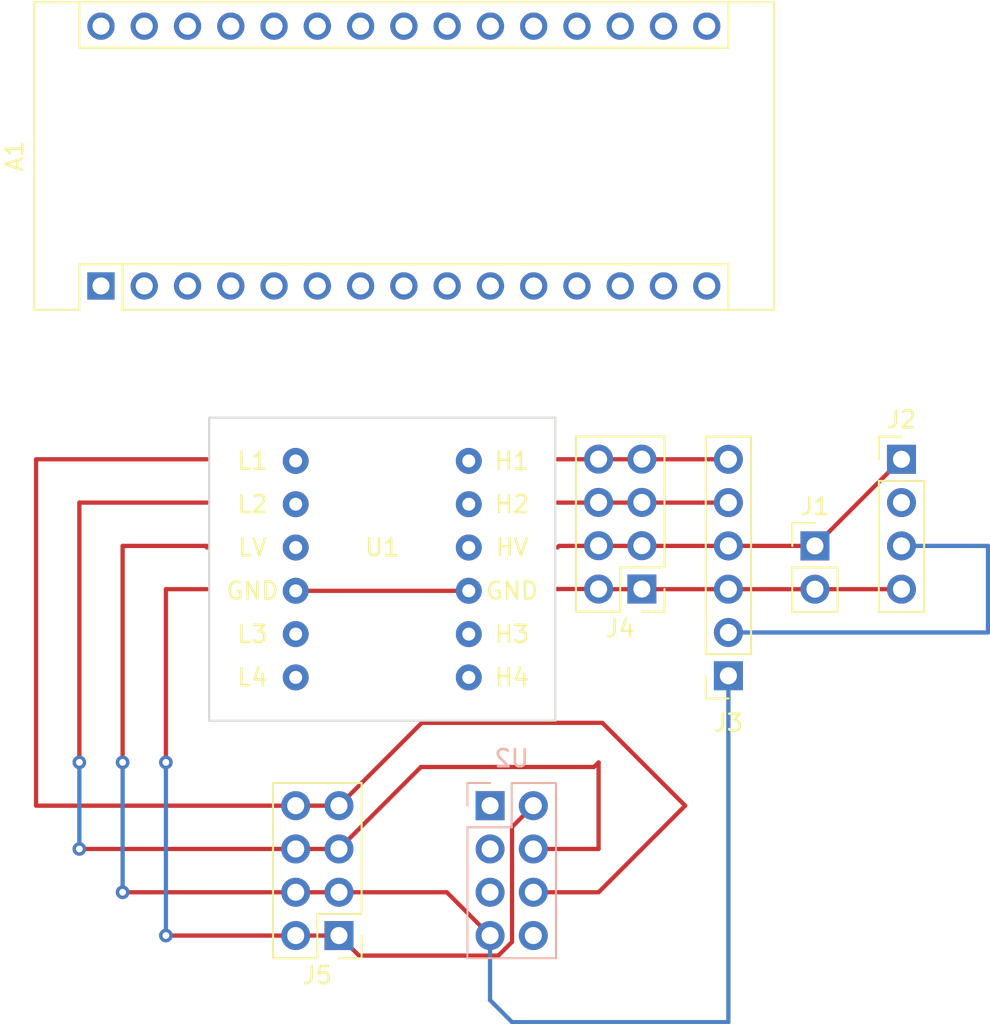
<source format=kicad_pcb>
(kicad_pcb (version 20211014) (generator pcbnew)
  (layers (0 "F.Cu" signal) (31 "B.Cu" signal) (34 "B.Paste" user) (35 "F.Paste" user) (36 "B.SilkS" user "B.Silkscreen") (37 "F.SilkS" user "F.Silkscreen") (38 "B.Mask" user) (39 "F.Mask" user) (44 "Edge.Cuts" user))
  (net 0 "")
  (net 4 "GND")
  (net 7 "Net-(A1-Pad7)")
  (net 22 "Net-(A1-Pad23)")
  (net 23 "Net-(A1-Pad24)")
  (net 26 "+5V")
  (net 31 "/SDA")
  (net 32 "/SCL")
  (net 41 "Net-(A1-Pad17)")
  (footprint "KdLibrary:LevelShifter x04" (layer "F.Cu") (at 58.42 40.735)
    (fp_text reference "U1" (at 7.62 10.16 unlocked) (layer "F.SilkS"))
    (fp_text value "74LVC2T45DC")
    (fp_text user "HV" (at 15.24 10.16 unlocked) (layer "F.SilkS"))
    (fp_text user "H3" (at 15.24 15.24 unlocked) (layer "F.SilkS"))
    (fp_text user "H1" (at 15.24 5.08 unlocked) (layer "F.SilkS"))
    (fp_text user "L4" (at 0 17.78 unlocked) (layer "F.SilkS"))
    (fp_text user "GND" (at 0 12.7 unlocked) (layer "F.SilkS"))
    (fp_text user "LV" (at 0 10.16 unlocked) (layer "F.SilkS"))
    (fp_text user "GND" (at 15.24 12.7 unlocked) (layer "F.SilkS"))
    (fp_text user "L2" (at 0 7.62 unlocked) (layer "F.SilkS"))
    (fp_text user "H2" (at 15.24 7.62 unlocked) (layer "F.SilkS"))
    (fp_text user "H4" (at 15.24 17.78 unlocked) (layer "F.SilkS"))
    (fp_text user "L1" (at 0 5.08 unlocked) (layer "F.SilkS"))
    (fp_text user "L3" (at 0 15.24 unlocked) (layer "F.SilkS"))
    (fp_rect (start 17.78 20.32) (end -2.54 2.54) (layer "Edge.Cuts") (width 0.12) (fill none))
    (pad "1" thru_hole circle (at 2.54 5.08) (size 1.524 1.524) (drill 0.762) (layers *.Cu *.Mask) (net 32 "/SCL"))
    (pad "2" thru_hole circle (at 2.54 7.62) (size 1.524 1.524) (drill 0.762) (layers *.Cu *.Mask) (net 31 "/SDA"))
    (pad "3" thru_hole circle (at 2.54 10.16) (size 1.524 1.524) (drill 0.762) (layers *.Cu *.Mask) (net 41 "Net-(A1-Pad17)"))
    (pad "4" thru_hole circle (at 2.54 12.7) (size 1.524 1.524) (drill 0.762) (layers *.Cu *.Mask) (net 4 "GND"))
    (pad "5" thru_hole circle (at 2.54 15.24) (size 1.524 1.524) (drill 0.762) (layers *.Cu *.Mask))
    (pad "6" thru_hole circle (at 2.54 17.78) (size 1.524 1.524) (drill 0.762) (layers *.Cu *.Mask))
    (pad "7" thru_hole circle (at 12.7 5.08) (size 1.524 1.524) (drill 0.762) (layers *.Cu *.Mask) (net 23 "Net-(A1-Pad24)"))
    (pad "8" thru_hole circle (at 12.7 7.62) (size 1.524 1.524) (drill 0.762) (layers *.Cu *.Mask) (net 22 "Net-(A1-Pad23)"))
    (pad "9" thru_hole circle (at 12.7 10.16) (size 1.524 1.524) (drill 0.762) (layers *.Cu *.Mask) (net 26 "+5V"))
    (pad "10" thru_hole circle (at 12.7 12.7) (size 1.524 1.524) (drill 0.762) (layers *.Cu *.Mask) (net 4 "GND"))
    (pad "11" thru_hole circle (at 12.7 15.24) (size 1.524 1.524) (drill 0.762) (layers *.Cu *.Mask))
    (pad "12" thru_hole circle (at 12.7 17.78) (size 1.524 1.524) (drill 0.762) (layers *.Cu *.Mask))
  )
  (footprint "Connector_PinHeader_2.54mm:PinHeader_2x04_P2.54mm_Vertical" (layer "F.Cu") (at 63.5 73.66 180)
    (fp_text reference "J5" (at 1.27 -2.33) (layer "F.SilkS"))
    (fp_text value "Conn_01x04_Male")
    (fp_line (start -1.33 8.95) (end 3.87 8.95) (layer "F.SilkS") (width 0.12))
    (fp_line (start -1.33 0) (end -1.33 -1.33) (layer "F.SilkS") (width 0.12))
    (fp_line (start 1.27 -1.33) (end 3.87 -1.33) (layer "F.SilkS") (width 0.12))
    (fp_line (start -1.33 1.27) (end 1.27 1.27) (layer "F.SilkS") (width 0.12))
    (fp_line (start 3.87 -1.33) (end 3.87 8.95) (layer "F.SilkS") (width 0.12))
    (fp_line (start -1.33 -1.33) (end 0 -1.33) (layer "F.SilkS") (width 0.12))
    (fp_line (start 1.27 1.27) (end 1.27 -1.33) (layer "F.SilkS") (width 0.12))
    (fp_line (start -1.33 1.27) (end -1.33 8.95) (layer "F.SilkS") (width 0.12))
    (pad "1" thru_hole oval (at 2.54 0 180) (size 1.7 1.7) (drill 1) (layers *.Cu *.Mask) (net 4 "GND"))
    (pad "1" thru_hole rect (at 0 0 180) (size 1.7 1.7) (drill 1) (layers *.Cu *.Mask) (net 4 "GND"))
    (pad "2" thru_hole oval (at 2.54 2.54 180) (size 1.7 1.7) (drill 1) (layers *.Cu *.Mask) (net 41 "Net-(A1-Pad17)"))
    (pad "2" thru_hole oval (at 0 2.54 180) (size 1.7 1.7) (drill 1) (layers *.Cu *.Mask) (net 41 "Net-(A1-Pad17)"))
    (pad "3" thru_hole oval (at 0 5.08 180) (size 1.7 1.7) (drill 1) (layers *.Cu *.Mask) (net 31 "/SDA"))
    (pad "3" thru_hole oval (at 2.54 5.08 180) (size 1.7 1.7) (drill 1) (layers *.Cu *.Mask) (net 31 "/SDA"))
    (pad "4" thru_hole oval (at 0 7.62 180) (size 1.7 1.7) (drill 1) (layers *.Cu *.Mask) (net 32 "/SCL"))
    (pad "4" thru_hole oval (at 2.54 7.62 180) (size 1.7 1.7) (drill 1) (layers *.Cu *.Mask) (net 32 "/SCL"))
  )
  (footprint "Connector_PinHeader_2.54mm:PinHeader_1x02_P2.54mm_Vertical" (layer "F.Cu") (at 91.44 50.8)
    (fp_text reference "J1" (at 0 -2.33) (layer "F.SilkS"))
    (fp_text value "Power")
    (fp_line (start -1.33 0) (end -1.33 -1.33) (layer "F.SilkS") (width 0.12))
    (fp_line (start -1.33 3.87) (end 1.33 3.87) (layer "F.SilkS") (width 0.12))
    (fp_line (start -1.33 1.27) (end 1.33 1.27) (layer "F.SilkS") (width 0.12))
    (fp_line (start -1.33 1.27) (end -1.33 3.87) (layer "F.SilkS") (width 0.12))
    (fp_line (start 1.33 1.27) (end 1.33 3.87) (layer "F.SilkS") (width 0.12))
    (fp_line (start -1.33 -1.33) (end 0 -1.33) (layer "F.SilkS") (width 0.12))
    (pad "1" thru_hole rect (at 0 0) (size 1.7 1.7) (drill 1) (layers *.Cu *.Mask) (net 26 "+5V"))
    (pad "2" thru_hole oval (at 0 2.54) (size 1.7 1.7) (drill 1) (layers *.Cu *.Mask) (net 4 "GND"))
  )
  (footprint "Module:Arduino_Nano" (layer "F.Cu") (at 49.53 35.55 90)
    (fp_text reference "A1" (at 7.62 -5.08 90) (layer "F.SilkS"))
    (fp_text value "Arduino_Nano_v3.x")
    (fp_line (start 1.27 1.27) (end -1.4 1.27) (layer "F.SilkS") (width 0.12))
    (fp_line (start -1.4 -3.94) (end -1.4 -1.27) (layer "F.SilkS") (width 0.12))
    (fp_line (start -1.4 39.5) (end 16.64 39.5) (layer "F.SilkS") (width 0.12))
    (fp_line (start -1.4 1.27) (end -1.4 39.5) (layer "F.SilkS") (width 0.12))
    (fp_line (start 1.27 1.27) (end 1.27 36.83) (layer "F.SilkS") (width 0.12))
    (fp_line (start 16.64 39.5) (end 16.64 -3.94) (layer "F.SilkS") (width 0.12))
    (fp_line (start 1.27 1.27) (end 1.27 -1.27) (layer "F.SilkS") (width 0.12))
    (fp_line (start 13.97 -1.27) (end 16.64 -1.27) (layer "F.SilkS") (width 0.12))
    (fp_line (start 1.27 -1.27) (end -1.4 -1.27) (layer "F.SilkS") (width 0.12))
    (fp_line (start 16.64 -3.94) (end -1.4 -3.94) (layer "F.SilkS") (width 0.12))
    (fp_line (start 1.27 36.83) (end -1.4 36.83) (layer "F.SilkS") (width 0.12))
    (fp_line (start 13.97 -1.27) (end 13.97 36.83) (layer "F.SilkS") (width 0.12))
    (fp_line (start 13.97 36.83) (end 16.64 36.83) (layer "F.SilkS") (width 0.12))
    (pad "1" thru_hole rect (at 0 0 90) (size 1.6 1.6) (drill 1) (layers *.Cu *.Mask))
    (pad "2" thru_hole oval (at 0 2.54 90) (size 1.6 1.6) (drill 1) (layers *.Cu *.Mask))
    (pad "3" thru_hole oval (at 0 5.08 90) (size 1.6 1.6) (drill 1) (layers *.Cu *.Mask))
    (pad "4" thru_hole oval (at 0 7.62 90) (size 1.6 1.6) (drill 1) (layers *.Cu *.Mask) (net 4 "GND"))
    (pad "5" thru_hole oval (at 0 10.16 90) (size 1.6 1.6) (drill 1) (layers *.Cu *.Mask))
    (pad "6" thru_hole oval (at 0 12.7 90) (size 1.6 1.6) (drill 1) (layers *.Cu *.Mask))
    (pad "7" thru_hole oval (at 0 15.24 90) (size 1.6 1.6) (drill 1) (layers *.Cu *.Mask) (net 7 "Net-(A1-Pad7)"))
    (pad "8" thru_hole oval (at 0 17.78 90) (size 1.6 1.6) (drill 1) (layers *.Cu *.Mask))
    (pad "9" thru_hole oval (at 0 20.32 90) (size 1.6 1.6) (drill 1) (layers *.Cu *.Mask))
    (pad "10" thru_hole oval (at 0 22.86 90) (size 1.6 1.6) (drill 1) (layers *.Cu *.Mask))
    (pad "11" thru_hole oval (at 0 25.4 90) (size 1.6 1.6) (drill 1) (layers *.Cu *.Mask))
    (pad "12" thru_hole oval (at 0 27.94 90) (size 1.6 1.6) (drill 1) (layers *.Cu *.Mask))
    (pad "13" thru_hole oval (at 0 30.48 90) (size 1.6 1.6) (drill 1) (layers *.Cu *.Mask))
    (pad "14" thru_hole oval (at 0 33.02 90) (size 1.6 1.6) (drill 1) (layers *.Cu *.Mask))
    (pad "15" thru_hole oval (at 0 35.56 90) (size 1.6 1.6) (drill 1) (layers *.Cu *.Mask))
    (pad "16" thru_hole oval (at 15.24 35.56 90) (size 1.6 1.6) (drill 1) (layers *.Cu *.Mask))
    (pad "17" thru_hole oval (at 15.24 33.02 90) (size 1.6 1.6) (drill 1) (layers *.Cu *.Mask) (net 41 "Net-(A1-Pad17)"))
    (pad "18" thru_hole oval (at 15.24 30.48 90) (size 1.6 1.6) (drill 1) (layers *.Cu *.Mask))
    (pad "19" thru_hole oval (at 15.24 27.94 90) (size 1.6 1.6) (drill 1) (layers *.Cu *.Mask))
    (pad "20" thru_hole oval (at 15.24 25.4 90) (size 1.6 1.6) (drill 1) (layers *.Cu *.Mask))
    (pad "21" thru_hole oval (at 15.24 22.86 90) (size 1.6 1.6) (drill 1) (layers *.Cu *.Mask))
    (pad "22" thru_hole oval (at 15.24 20.32 90) (size 1.6 1.6) (drill 1) (layers *.Cu *.Mask))
    (pad "23" thru_hole oval (at 15.24 17.78 90) (size 1.6 1.6) (drill 1) (layers *.Cu *.Mask) (net 22 "Net-(A1-Pad23)"))
    (pad "24" thru_hole oval (at 15.24 15.24 90) (size 1.6 1.6) (drill 1) (layers *.Cu *.Mask) (net 23 "Net-(A1-Pad24)"))
    (pad "25" thru_hole oval (at 15.24 12.7 90) (size 1.6 1.6) (drill 1) (layers *.Cu *.Mask))
    (pad "26" thru_hole oval (at 15.24 10.16 90) (size 1.6 1.6) (drill 1) (layers *.Cu *.Mask))
    (pad "27" thru_hole oval (at 15.24 7.62 90) (size 1.6 1.6) (drill 1) (layers *.Cu *.Mask) (net 26 "+5V"))
    (pad "28" thru_hole oval (at 15.24 5.08 90) (size 1.6 1.6) (drill 1) (layers *.Cu *.Mask))
    (pad "29" thru_hole oval (at 15.24 2.54 90) (size 1.6 1.6) (drill 1) (layers *.Cu *.Mask))
    (pad "30" thru_hole oval (at 15.24 0 90) (size 1.6 1.6) (drill 1) (layers *.Cu *.Mask))
  )
  (footprint "Connector_PinHeader_2.54mm:PinHeader_1x04_P2.54mm_Vertical" (layer "F.Cu") (at 96.52 45.72)
    (fp_text reference "J2" (at 0 -2.33) (layer "F.SilkS"))
    (fp_text value "Receiver433")
    (fp_line (start -1.33 1.27) (end -1.33 8.95) (layer "F.SilkS") (width 0.12))
    (fp_line (start -1.33 0) (end -1.33 -1.33) (layer "F.SilkS") (width 0.12))
    (fp_line (start -1.33 1.27) (end 1.33 1.27) (layer "F.SilkS") (width 0.12))
    (fp_line (start 1.33 1.27) (end 1.33 8.95) (layer "F.SilkS") (width 0.12))
    (fp_line (start -1.33 -1.33) (end 0 -1.33) (layer "F.SilkS") (width 0.12))
    (fp_line (start -1.33 8.95) (end 1.33 8.95) (layer "F.SilkS") (width 0.12))
    (pad "1" thru_hole rect (at 0 0) (size 1.7 1.7) (drill 1) (layers *.Cu *.Mask) (net 26 "+5V"))
    (pad "2" thru_hole oval (at 0 2.54) (size 1.7 1.7) (drill 1) (layers *.Cu *.Mask))
    (pad "3" thru_hole oval (at 0 5.08) (size 1.7 1.7) (drill 1) (layers *.Cu *.Mask) (net 7 "Net-(A1-Pad7)"))
    (pad "4" thru_hole oval (at 0 7.62) (size 1.7 1.7) (drill 1) (layers *.Cu *.Mask) (net 4 "GND"))
  )
  (footprint "Connector_PinHeader_2.54mm:PinHeader_2x04_P2.54mm_Vertical" (layer "F.Cu") (at 81.28 53.33 180)
    (fp_text reference "J4" (at 1.27 -2.33) (layer "F.SilkS"))
    (fp_text value "Conn_01x04_Male")
    (fp_line (start -1.33 0) (end -1.33 -1.33) (layer "F.SilkS") (width 0.12))
    (fp_line (start 1.27 1.27) (end 1.27 -1.33) (layer "F.SilkS") (width 0.12))
    (fp_line (start -1.33 8.95) (end 3.87 8.95) (layer "F.SilkS") (width 0.12))
    (fp_line (start 1.27 -1.33) (end 3.87 -1.33) (layer "F.SilkS") (width 0.12))
    (fp_line (start -1.33 -1.33) (end 0 -1.33) (layer "F.SilkS") (width 0.12))
    (fp_line (start -1.33 1.27) (end -1.33 8.95) (layer "F.SilkS") (width 0.12))
    (fp_line (start 3.87 -1.33) (end 3.87 8.95) (layer "F.SilkS") (width 0.12))
    (fp_line (start -1.33 1.27) (end 1.27 1.27) (layer "F.SilkS") (width 0.12))
    (pad "1" thru_hole oval (at 2.54 0 180) (size 1.7 1.7) (drill 1) (layers *.Cu *.Mask) (net 4 "GND"))
    (pad "1" thru_hole rect (at 0 0 180) (size 1.7 1.7) (drill 1) (layers *.Cu *.Mask) (net 4 "GND"))
    (pad "2" thru_hole oval (at 2.54 2.54 180) (size 1.7 1.7) (drill 1) (layers *.Cu *.Mask) (net 26 "+5V"))
    (pad "2" thru_hole oval (at 0 2.54 180) (size 1.7 1.7) (drill 1) (layers *.Cu *.Mask) (net 26 "+5V"))
    (pad "3" thru_hole oval (at 2.54 5.08 180) (size 1.7 1.7) (drill 1) (layers *.Cu *.Mask) (net 22 "Net-(A1-Pad23)"))
    (pad "3" thru_hole oval (at 0 5.08 180) (size 1.7 1.7) (drill 1) (layers *.Cu *.Mask) (net 22 "Net-(A1-Pad23)"))
    (pad "4" thru_hole oval (at 0 7.62 180) (size 1.7 1.7) (drill 1) (layers *.Cu *.Mask) (net 23 "Net-(A1-Pad24)"))
    (pad "4" thru_hole oval (at 2.54 7.62 180) (size 1.7 1.7) (drill 1) (layers *.Cu *.Mask) (net 23 "Net-(A1-Pad24)"))
  )
  (footprint "Connector_PinSocket_2.54mm:PinSocket_1x06_P2.54mm_Vertical" (layer "F.Cu") (at 86.36 58.42 180)
    (fp_text reference "J3" (at 0 -2.77) (layer "F.SilkS"))
    (fp_text value "Conn_01x06_Male")
    (fp_line (start -1.33 14.03) (end 1.33 14.03) (layer "F.SilkS") (width 0.12))
    (fp_line (start -1.33 1.27) (end 1.33 1.27) (layer "F.SilkS") (width 0.12))
    (fp_line (start 0 -1.33) (end 1.33 -1.33) (layer "F.SilkS") (width 0.12))
    (fp_line (start -1.33 1.27) (end -1.33 14.03) (layer "F.SilkS") (width 0.12))
    (fp_line (start 1.33 -1.33) (end 1.33 0) (layer "F.SilkS") (width 0.12))
    (fp_line (start 1.33 1.27) (end 1.33 14.03) (layer "F.SilkS") (width 0.12))
    (pad "1" thru_hole rect (at 0 0 180) (size 1.7 1.7) (drill 1) (layers *.Cu *.Mask) (net 41 "Net-(A1-Pad17)"))
    (pad "2" thru_hole oval (at 0 2.54 180) (size 1.7 1.7) (drill 1) (layers *.Cu *.Mask) (net 7 "Net-(A1-Pad7)"))
    (pad "3" thru_hole oval (at 0 5.08 180) (size 1.7 1.7) (drill 1) (layers *.Cu *.Mask) (net 4 "GND"))
    (pad "4" thru_hole oval (at 0 7.62 180) (size 1.7 1.7) (drill 1) (layers *.Cu *.Mask) (net 26 "+5V"))
    (pad "5" thru_hole oval (at 0 10.16 180) (size 1.7 1.7) (drill 1) (layers *.Cu *.Mask) (net 22 "Net-(A1-Pad23)"))
    (pad "6" thru_hole oval (at 0 12.7 180) (size 1.7 1.7) (drill 1) (layers *.Cu *.Mask) (net 23 "Net-(A1-Pad24)"))
  )
  (footprint "Connector_PinSocket_2.54mm:PinSocket_2x04_P2.54mm_Vertical" (layer "B.Cu") (at 72.37 66.04 180)
    (fp_text reference "U2" (at -1.27 2.77) (layer "B.SilkS") (effects (justify mirror)))
    (fp_text value "ESP-01v090")
    (fp_line (start 1.33 1.33) (end 1.33 0) (layer "B.SilkS") (width 0.12))
    (fp_line (start 0 1.33) (end 1.33 1.33) (layer "B.SilkS") (width 0.12))
    (fp_line (start -1.27 -1.27) (end 1.33 -1.27) (layer "B.SilkS") (width 0.12))
    (fp_line (start -3.87 1.33) (end -3.87 -8.95) (layer "B.SilkS") (width 0.12))
    (fp_line (start 1.33 -1.27) (end 1.33 -8.95) (layer "B.SilkS") (width 0.12))
    (fp_line (start -1.27 1.33) (end -1.27 -1.27) (layer "B.SilkS") (width 0.12))
    (fp_line (start -3.87 -8.95) (end 1.33 -8.95) (layer "B.SilkS") (width 0.12))
    (fp_line (start -3.87 1.33) (end -1.27 1.33) (layer "B.SilkS") (width 0.12))
    (pad "1" thru_hole rect (at 0 0 180) (size 1.7 1.7) (drill 1) (layers *.Cu *.Mask))
    (pad "2" thru_hole oval (at -2.54 0 180) (size 1.7 1.7) (drill 1) (layers *.Cu *.Mask) (net 4 "GND"))
    (pad "3" thru_hole oval (at 0 -2.54 180) (size 1.7 1.7) (drill 1) (layers *.Cu *.Mask))
    (pad "4" thru_hole oval (at -2.54 -2.54 180) (size 1.7 1.7) (drill 1) (layers *.Cu *.Mask) (net 31 "/SDA"))
    (pad "5" thru_hole oval (at 0 -5.08 180) (size 1.7 1.7) (drill 1) (layers *.Cu *.Mask))
    (pad "6" thru_hole oval (at -2.54 -5.08 180) (size 1.7 1.7) (drill 1) (layers *.Cu *.Mask) (net 32 "/SCL"))
    (pad "7" thru_hole oval (at 0 -7.62 180) (size 1.7 1.7) (drill 1) (layers *.Cu *.Mask) (net 41 "Net-(A1-Pad17)"))
    (pad "8" thru_hole oval (at -2.54 -7.62 180) (size 1.7 1.7) (drill 1) (layers *.Cu *.Mask))
  )
  (segment (start 63.5 73.66) (end 64.675 74.835) (width 0.25) (layer "F.Cu") (net 4))
  (segment (start 53.34 63.5) (end 53.34 53.34) (width 0.25) (layer "F.Cu") (net 4))
  (segment (start 64.675 74.835) (end 72.856701 74.835) (width 0.25) (layer "F.Cu") (net 4))
  (segment (start 53.34 53.34) (end 55.755 53.34) (width 0.25) (layer "F.Cu") (net 4))
  (segment (start 78.74 53.33) (end 76.335 53.33) (width 0.25) (layer "F.Cu") (net 4))
  (segment (start 96.52 53.34) (end 91.44 53.34) (width 0.25) (layer "F.Cu") (net 4))
  (segment (start 73.66 74.031701) (end 73.66 67.29) (width 0.25) (layer "F.Cu") (net 4))
  (segment (start 78.75 53.34) (end 78.74 53.33) (width 0.25) (layer "F.Cu") (net 4))
  (segment (start 60.96 73.66) (end 63.5 73.66) (width 0.25) (layer "F.Cu") (net 4))
  (segment (start 91.44 53.34) (end 78.75 53.34) (width 0.25) (layer "F.Cu") (net 4))
  (segment (start 73.66 67.29) (end 74.91 66.04) (width 0.25) (layer "F.Cu") (net 4))
  (segment (start 60.96 73.66) (end 53.34 73.66) (width 0.25) (layer "F.Cu") (net 4))
  (segment (start 60.96 53.435) (end 71.12 53.435) (width 0.25) (layer "F.Cu") (net 4))
  (segment (start 76.335 53.33) (end 76.325 53.34) (width 0.25) (layer "F.Cu") (net 4))
  (segment (start 72.856701 74.835) (end 73.66 74.031701) (width 0.25) (layer "F.Cu") (net 4))
  (via (at 53.34 73.66) (size 0.8) (drill 0.4) (layers "F.Cu" "B.Cu") (net 4))
  (via (at 53.34 63.5) (size 0.8) (drill 0.4) (layers "F.Cu" "B.Cu") (net 4))
  (segment (start 53.34 73.66) (end 53.34 63.5) (width 0.25) (layer "B.Cu") (net 4))
  (segment (start 101.6 55.88) (end 101.6 50.8) (width 0.25) (layer "B.Cu") (net 7))
  (segment (start 101.6 50.8) (end 96.52 50.8) (width 0.25) (layer "B.Cu") (net 7))
  (segment (start 86.36 55.88) (end 101.6 55.88) (width 0.25) (layer "B.Cu") (net 7))
  (segment (start 86.36 48.26) (end 76.325 48.26) (width 0.25) (layer "F.Cu") (net 22))
  (segment (start 86.36 45.72) (end 76.325 45.72) (width 0.25) (layer "F.Cu") (net 23))
  (segment (start 76.42 50.8) (end 76.325 50.895) (width 0.25) (layer "F.Cu") (net 26))
  (segment (start 91.44 50.8) (end 96.52 45.72) (width 0.25) (layer "F.Cu") (net 26))
  (segment (start 91.44 50.8) (end 76.42 50.8) (width 0.25) (layer "F.Cu") (net 26))
  (segment (start 78.468223 63.771777) (end 78.74 63.5) (width 0.25) (layer "F.Cu") (net 31))
  (segment (start 78.74 68.58) (end 74.91 68.58) (width 0.25) (layer "F.Cu") (net 31))
  (segment (start 63.5 68.58) (end 68.308223 63.771777) (width 0.25) (layer "F.Cu") (net 31))
  (segment (start 60.96 68.58) (end 63.5 68.58) (width 0.25) (layer "F.Cu") (net 31))
  (segment (start 68.308223 63.771777) (end 78.468223 63.771777) (width 0.25) (layer "F.Cu") (net 31))
  (segment (start 48.26 48.26) (end 55.755 48.26) (width 0.25) (layer "F.Cu") (net 31))
  (segment (start 78.74 63.5) (end 78.74 68.58) (width 0.25) (layer "F.Cu") (net 31))
  (segment (start 60.96 68.58) (end 48.26 68.58) (width 0.25) (layer "F.Cu") (net 31))
  (segment (start 48.26 63.5) (end 48.26 48.26) (width 0.25) (layer "F.Cu") (net 31))
  (via (at 48.26 63.5) (size 0.8) (drill 0.4) (layers "F.Cu" "B.Cu") (net 31))
  (via (at 48.26 68.58) (size 0.8) (drill 0.4) (layers "F.Cu" "B.Cu") (net 31))
  (segment (start 48.26 68.58) (end 48.26 63.5) (width 0.25) (layer "B.Cu") (net 31))
  (segment (start 60.96 66.04) (end 45.72 66.04) (width 0.25) (layer "F.Cu") (net 32))
  (segment (start 78.74 71.12) (end 74.91 71.12) (width 0.25) (layer "F.Cu") (net 32))
  (segment (start 68.36 61.18) (end 78.96 61.18) (width 0.25) (layer "F.Cu") (net 32))
  (segment (start 60.96 66.04) (end 63.5 66.04) (width 0.25) (layer "F.Cu") (net 32))
  (segment (start 45.72 45.72) (end 55.755 45.72) (width 0.25) (layer "F.Cu") (net 32))
  (segment (start 63.5 66.04) (end 68.36 61.18) (width 0.25) (layer "F.Cu") (net 32))
  (segment (start 45.72 66.04) (end 45.72 45.72) (width 0.25) (layer "F.Cu") (net 32))
  (segment (start 78.96 61.18) (end 83.82 66.04) (width 0.25) (layer "F.Cu") (net 32))
  (segment (start 83.82 66.04) (end 78.74 71.12) (width 0.25) (layer "F.Cu") (net 32))
  (segment (start 60.96 71.12) (end 50.8 71.12) (width 0.25) (layer "F.Cu") (net 41))
  (segment (start 69.83 71.12) (end 72.37 73.66) (width 0.25) (layer "F.Cu") (net 41))
  (segment (start 50.8 63.5) (end 50.8 50.8) (width 0.25) (layer "F.Cu") (net 41))
  (segment (start 63.5 71.12) (end 69.83 71.12) (width 0.25) (layer "F.Cu") (net 41))
  (segment (start 55.66 50.8) (end 55.755 50.895) (width 0.25) (layer "F.Cu") (net 41))
  (segment (start 60.96 71.12) (end 63.5 71.12) (width 0.25) (layer "F.Cu") (net 41))
  (segment (start 50.8 50.8) (end 55.755 50.8) (width 0.25) (layer "F.Cu") (net 41))
  (via (at 50.8 63.5) (size 0.8) (drill 0.4) (layers "F.Cu" "B.Cu") (net 41))
  (via (at 50.8 71.12) (size 0.8) (drill 0.4) (layers "F.Cu" "B.Cu") (net 41))
  (segment (start 72.37 77.45) (end 72.37 73.66) (width 0.25) (layer "B.Cu") (net 41))
  (segment (start 86.36 58.42) (end 86.36 78.74) (width 0.25) (layer "B.Cu") (net 41))
  (segment (start 86.36 78.74) (end 73.66 78.74) (width 0.25) (layer "B.Cu") (net 41))
  (segment (start 50.8 71.12) (end 50.8 63.5) (width 0.25) (layer "B.Cu") (net 41))
  (segment (start 73.66 78.74) (end 72.37 77.45) (width 0.25) (layer "B.Cu") (net 41))
)
</source>
